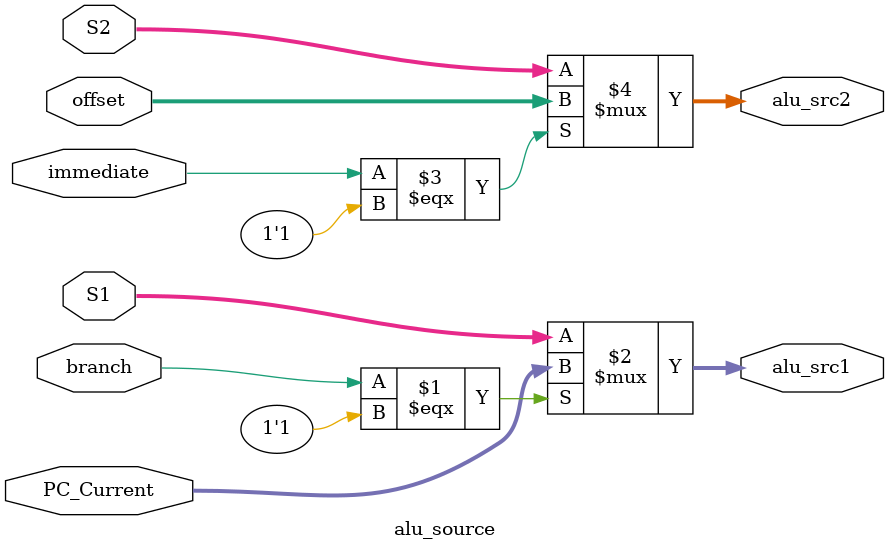
<source format=v>
module alu_source(immediate,branch,PC_Current,S1,S2,offset,alu_src1,alu_src2);
	input immediate,branch;
    input [7:0]S2,S1,offset;
    input [7:0] PC_Current;
  	output [7:0]alu_src1,alu_src2;
  	assign alu_src1 = (branch === 1'b1) ? PC_Current : S1;
  	assign alu_src2 = (immediate === 1'b1) ? offset : S2;
endmodule

</source>
